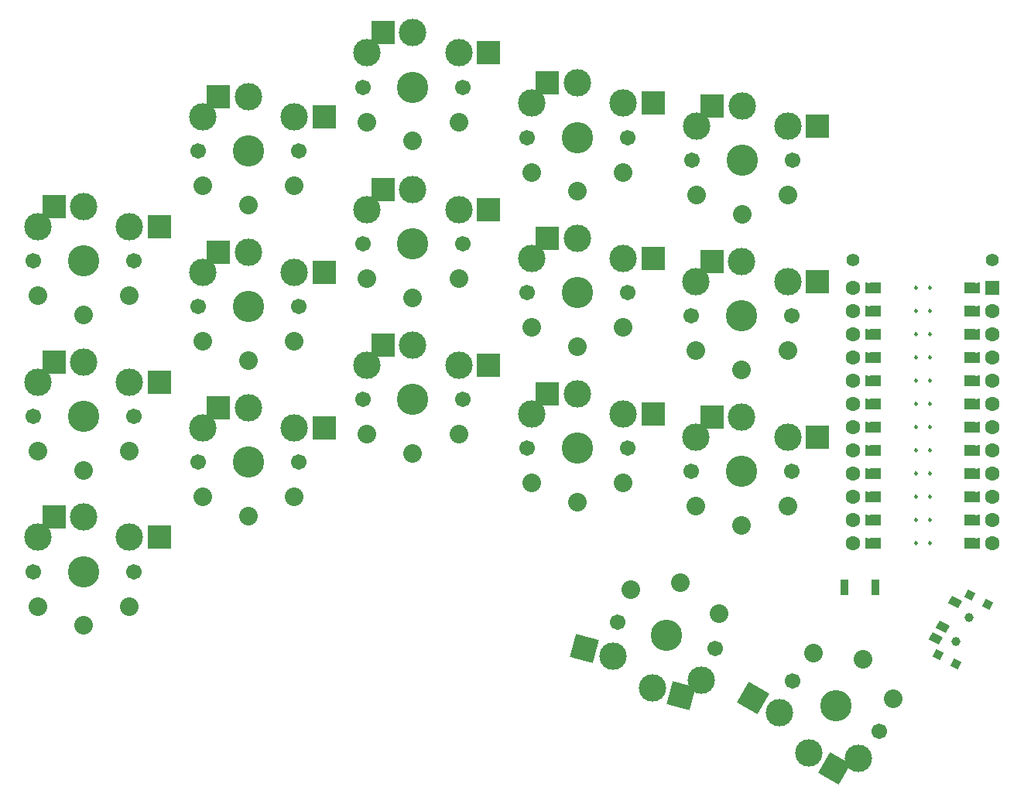
<source format=gbr>
%TF.GenerationSoftware,KiCad,Pcbnew,(6.0.7-1)-1*%
%TF.CreationDate,2022-09-01T14:34:03+02:00*%
%TF.ProjectId,sweep_no_curve,73776565-705f-46e6-9f5f-63757276652e,rev?*%
%TF.SameCoordinates,Original*%
%TF.FileFunction,Soldermask,Bot*%
%TF.FilePolarity,Negative*%
%FSLAX46Y46*%
G04 Gerber Fmt 4.6, Leading zero omitted, Abs format (unit mm)*
G04 Created by KiCad (PCBNEW (6.0.7-1)-1) date 2022-09-01 14:34:03*
%MOMM*%
%LPD*%
G01*
G04 APERTURE LIST*
G04 Aperture macros list*
%AMRotRect*
0 Rectangle, with rotation*
0 The origin of the aperture is its center*
0 $1 length*
0 $2 width*
0 $3 Rotation angle, in degrees counterclockwise*
0 Add horizontal line*
21,1,$1,$2,0,0,$3*%
%AMFreePoly0*
4,1,6,0.600000,0.200000,0.000000,-0.400000,-0.600000,0.200000,-0.600000,0.400000,0.600000,0.400000,0.600000,0.200000,0.600000,0.200000,$1*%
%AMFreePoly1*
4,1,6,0.600000,-0.250000,-0.600000,-0.250000,-0.600000,1.000000,0.000000,0.400000,0.600000,1.000000,0.600000,-0.250000,0.600000,-0.250000,$1*%
G04 Aperture macros list end*
%ADD10C,0.250000*%
%ADD11C,0.100000*%
%ADD12C,3.000000*%
%ADD13C,3.429000*%
%ADD14C,1.701800*%
%ADD15RotRect,2.600000X2.600000X150.000000*%
%ADD16C,2.032000*%
%ADD17R,2.600000X2.600000*%
%ADD18RotRect,2.600000X2.600000X165.000000*%
%ADD19RotRect,0.900000X1.250000X242.000000*%
%ADD20RotRect,0.900000X0.900000X242.000000*%
%ADD21C,1.000000*%
%ADD22C,1.397000*%
%ADD23FreePoly0,270.000000*%
%ADD24C,1.600000*%
%ADD25FreePoly0,90.000000*%
%ADD26R,1.600000X1.600000*%
%ADD27FreePoly1,270.000000*%
%ADD28FreePoly1,90.000000*%
%ADD29R,0.900000X1.700000*%
G04 APERTURE END LIST*
D10*
%TO.C,U1*%
X119759000Y-69342000D02*
G75*
G03*
X119759000Y-69342000I-125000J0D01*
G01*
X118235000Y-69342000D02*
G75*
G03*
X118235000Y-69342000I-125000J0D01*
G01*
X118235000Y-71882000D02*
G75*
G03*
X118235000Y-71882000I-125000J0D01*
G01*
X119759000Y-54102000D02*
G75*
G03*
X119759000Y-54102000I-125000J0D01*
G01*
X118235000Y-61722000D02*
G75*
G03*
X118235000Y-61722000I-125000J0D01*
G01*
X119759000Y-56642000D02*
G75*
G03*
X119759000Y-56642000I-125000J0D01*
G01*
X119759000Y-76962000D02*
G75*
G03*
X119759000Y-76962000I-125000J0D01*
G01*
X118235000Y-56642000D02*
G75*
G03*
X118235000Y-56642000I-125000J0D01*
G01*
X118235000Y-76962000D02*
G75*
G03*
X118235000Y-76962000I-125000J0D01*
G01*
X119759000Y-61722000D02*
G75*
G03*
X119759000Y-61722000I-125000J0D01*
G01*
X119759000Y-64262000D02*
G75*
G03*
X119759000Y-64262000I-125000J0D01*
G01*
X119759000Y-71882000D02*
G75*
G03*
X119759000Y-71882000I-125000J0D01*
G01*
X118235000Y-49022000D02*
G75*
G03*
X118235000Y-49022000I-125000J0D01*
G01*
X119759000Y-66802000D02*
G75*
G03*
X119759000Y-66802000I-125000J0D01*
G01*
X118235000Y-64262000D02*
G75*
G03*
X118235000Y-64262000I-125000J0D01*
G01*
X118235000Y-74422000D02*
G75*
G03*
X118235000Y-74422000I-125000J0D01*
G01*
X118235000Y-51562000D02*
G75*
G03*
X118235000Y-51562000I-125000J0D01*
G01*
X119759000Y-49022000D02*
G75*
G03*
X119759000Y-49022000I-125000J0D01*
G01*
X118235000Y-54102000D02*
G75*
G03*
X118235000Y-54102000I-125000J0D01*
G01*
X118235000Y-59182000D02*
G75*
G03*
X118235000Y-59182000I-125000J0D01*
G01*
X118235000Y-66802000D02*
G75*
G03*
X118235000Y-66802000I-125000J0D01*
G01*
X119759000Y-74422000D02*
G75*
G03*
X119759000Y-74422000I-125000J0D01*
G01*
X119759000Y-59182000D02*
G75*
G03*
X119759000Y-59182000I-125000J0D01*
G01*
X119759000Y-51562000D02*
G75*
G03*
X119759000Y-51562000I-125000J0D01*
G01*
G36*
X124968000Y-64770000D02*
G01*
X123952000Y-64770000D01*
X123952000Y-63754000D01*
X124968000Y-63754000D01*
X124968000Y-64770000D01*
G37*
D11*
X124968000Y-64770000D02*
X123952000Y-64770000D01*
X123952000Y-63754000D01*
X124968000Y-63754000D01*
X124968000Y-64770000D01*
G36*
X113792000Y-77470000D02*
G01*
X112776000Y-77470000D01*
X112776000Y-76454000D01*
X113792000Y-76454000D01*
X113792000Y-77470000D01*
G37*
X113792000Y-77470000D02*
X112776000Y-77470000D01*
X112776000Y-76454000D01*
X113792000Y-76454000D01*
X113792000Y-77470000D01*
G36*
X124968000Y-59690000D02*
G01*
X123952000Y-59690000D01*
X123952000Y-58674000D01*
X124968000Y-58674000D01*
X124968000Y-59690000D01*
G37*
X124968000Y-59690000D02*
X123952000Y-59690000D01*
X123952000Y-58674000D01*
X124968000Y-58674000D01*
X124968000Y-59690000D01*
G36*
X124968000Y-62230000D02*
G01*
X123952000Y-62230000D01*
X123952000Y-61214000D01*
X124968000Y-61214000D01*
X124968000Y-62230000D01*
G37*
X124968000Y-62230000D02*
X123952000Y-62230000D01*
X123952000Y-61214000D01*
X124968000Y-61214000D01*
X124968000Y-62230000D01*
G36*
X124968000Y-69850000D02*
G01*
X123952000Y-69850000D01*
X123952000Y-68834000D01*
X124968000Y-68834000D01*
X124968000Y-69850000D01*
G37*
X124968000Y-69850000D02*
X123952000Y-69850000D01*
X123952000Y-68834000D01*
X124968000Y-68834000D01*
X124968000Y-69850000D01*
G36*
X124968000Y-54610000D02*
G01*
X123952000Y-54610000D01*
X123952000Y-53594000D01*
X124968000Y-53594000D01*
X124968000Y-54610000D01*
G37*
X124968000Y-54610000D02*
X123952000Y-54610000D01*
X123952000Y-53594000D01*
X124968000Y-53594000D01*
X124968000Y-54610000D01*
G36*
X113792000Y-67310000D02*
G01*
X112776000Y-67310000D01*
X112776000Y-66294000D01*
X113792000Y-66294000D01*
X113792000Y-67310000D01*
G37*
X113792000Y-67310000D02*
X112776000Y-67310000D01*
X112776000Y-66294000D01*
X113792000Y-66294000D01*
X113792000Y-67310000D01*
G36*
X124968000Y-52070000D02*
G01*
X123952000Y-52070000D01*
X123952000Y-51054000D01*
X124968000Y-51054000D01*
X124968000Y-52070000D01*
G37*
X124968000Y-52070000D02*
X123952000Y-52070000D01*
X123952000Y-51054000D01*
X124968000Y-51054000D01*
X124968000Y-52070000D01*
G36*
X113792000Y-54610000D02*
G01*
X112776000Y-54610000D01*
X112776000Y-53594000D01*
X113792000Y-53594000D01*
X113792000Y-54610000D01*
G37*
X113792000Y-54610000D02*
X112776000Y-54610000D01*
X112776000Y-53594000D01*
X113792000Y-53594000D01*
X113792000Y-54610000D01*
G36*
X124968000Y-77470000D02*
G01*
X123952000Y-77470000D01*
X123952000Y-76454000D01*
X124968000Y-76454000D01*
X124968000Y-77470000D01*
G37*
X124968000Y-77470000D02*
X123952000Y-77470000D01*
X123952000Y-76454000D01*
X124968000Y-76454000D01*
X124968000Y-77470000D01*
G36*
X113792000Y-69850000D02*
G01*
X112776000Y-69850000D01*
X112776000Y-68834000D01*
X113792000Y-68834000D01*
X113792000Y-69850000D01*
G37*
X113792000Y-69850000D02*
X112776000Y-69850000D01*
X112776000Y-68834000D01*
X113792000Y-68834000D01*
X113792000Y-69850000D01*
G36*
X113792000Y-49530000D02*
G01*
X112776000Y-49530000D01*
X112776000Y-48514000D01*
X113792000Y-48514000D01*
X113792000Y-49530000D01*
G37*
X113792000Y-49530000D02*
X112776000Y-49530000D01*
X112776000Y-48514000D01*
X113792000Y-48514000D01*
X113792000Y-49530000D01*
G36*
X113792000Y-62230000D02*
G01*
X112776000Y-62230000D01*
X112776000Y-61214000D01*
X113792000Y-61214000D01*
X113792000Y-62230000D01*
G37*
X113792000Y-62230000D02*
X112776000Y-62230000D01*
X112776000Y-61214000D01*
X113792000Y-61214000D01*
X113792000Y-62230000D01*
G36*
X113792000Y-74930000D02*
G01*
X112776000Y-74930000D01*
X112776000Y-73914000D01*
X113792000Y-73914000D01*
X113792000Y-74930000D01*
G37*
X113792000Y-74930000D02*
X112776000Y-74930000D01*
X112776000Y-73914000D01*
X113792000Y-73914000D01*
X113792000Y-74930000D01*
G36*
X124968000Y-57150000D02*
G01*
X123952000Y-57150000D01*
X123952000Y-56134000D01*
X124968000Y-56134000D01*
X124968000Y-57150000D01*
G37*
X124968000Y-57150000D02*
X123952000Y-57150000D01*
X123952000Y-56134000D01*
X124968000Y-56134000D01*
X124968000Y-57150000D01*
G36*
X124968000Y-72390000D02*
G01*
X123952000Y-72390000D01*
X123952000Y-71374000D01*
X124968000Y-71374000D01*
X124968000Y-72390000D01*
G37*
X124968000Y-72390000D02*
X123952000Y-72390000D01*
X123952000Y-71374000D01*
X124968000Y-71374000D01*
X124968000Y-72390000D01*
G36*
X124968000Y-74930000D02*
G01*
X123952000Y-74930000D01*
X123952000Y-73914000D01*
X124968000Y-73914000D01*
X124968000Y-74930000D01*
G37*
X124968000Y-74930000D02*
X123952000Y-74930000D01*
X123952000Y-73914000D01*
X124968000Y-73914000D01*
X124968000Y-74930000D01*
G36*
X124968000Y-49530000D02*
G01*
X123952000Y-49530000D01*
X123952000Y-48514000D01*
X124968000Y-48514000D01*
X124968000Y-49530000D01*
G37*
X124968000Y-49530000D02*
X123952000Y-49530000D01*
X123952000Y-48514000D01*
X124968000Y-48514000D01*
X124968000Y-49530000D01*
G36*
X113792000Y-72390000D02*
G01*
X112776000Y-72390000D01*
X112776000Y-71374000D01*
X113792000Y-71374000D01*
X113792000Y-72390000D01*
G37*
X113792000Y-72390000D02*
X112776000Y-72390000D01*
X112776000Y-71374000D01*
X113792000Y-71374000D01*
X113792000Y-72390000D01*
G36*
X124968000Y-67310000D02*
G01*
X123952000Y-67310000D01*
X123952000Y-66294000D01*
X124968000Y-66294000D01*
X124968000Y-67310000D01*
G37*
X124968000Y-67310000D02*
X123952000Y-67310000D01*
X123952000Y-66294000D01*
X124968000Y-66294000D01*
X124968000Y-67310000D01*
G36*
X113792000Y-59690000D02*
G01*
X112776000Y-59690000D01*
X112776000Y-58674000D01*
X113792000Y-58674000D01*
X113792000Y-59690000D01*
G37*
X113792000Y-59690000D02*
X112776000Y-59690000D01*
X112776000Y-58674000D01*
X113792000Y-58674000D01*
X113792000Y-59690000D01*
G36*
X113792000Y-52070000D02*
G01*
X112776000Y-52070000D01*
X112776000Y-51054000D01*
X113792000Y-51054000D01*
X113792000Y-52070000D01*
G37*
X113792000Y-52070000D02*
X112776000Y-52070000D01*
X112776000Y-51054000D01*
X113792000Y-51054000D01*
X113792000Y-52070000D01*
G36*
X113792000Y-64770000D02*
G01*
X112776000Y-64770000D01*
X112776000Y-63754000D01*
X113792000Y-63754000D01*
X113792000Y-64770000D01*
G37*
X113792000Y-64770000D02*
X112776000Y-64770000D01*
X112776000Y-63754000D01*
X113792000Y-63754000D01*
X113792000Y-64770000D01*
G36*
X113792000Y-57150000D02*
G01*
X112776000Y-57150000D01*
X112776000Y-56134000D01*
X113792000Y-56134000D01*
X113792000Y-57150000D01*
G37*
X113792000Y-57150000D02*
X112776000Y-57150000D01*
X112776000Y-56134000D01*
X113792000Y-56134000D01*
X113792000Y-57150000D01*
%TD*%
D12*
%TO.C,SW17*%
X103150873Y-95527595D03*
D13*
X109356000Y-94780000D03*
D14*
X114119140Y-97530000D03*
D12*
X106381000Y-99932851D03*
D14*
X104592860Y-92030000D03*
D12*
X111811127Y-100527595D03*
D15*
X109217233Y-101570351D03*
D16*
X112306000Y-89670450D03*
X106925873Y-88989103D03*
X115586127Y-93989103D03*
D15*
X100314640Y-93890095D03*
%TD*%
D12*
%TO.C,SW5*%
X104080000Y-31330000D03*
D13*
X99080000Y-35080000D03*
D14*
X93580000Y-35080000D03*
D12*
X99080000Y-29130000D03*
D14*
X104580000Y-35080000D03*
D12*
X94080000Y-31330000D03*
D17*
X95805000Y-29130000D03*
D16*
X99080000Y-40980000D03*
X104080000Y-38880000D03*
X94080000Y-38880000D03*
D17*
X107355000Y-31330000D03*
%TD*%
D12*
%TO.C,SW4*%
X86080000Y-28830000D03*
D13*
X81080000Y-32580000D03*
D14*
X75580000Y-32580000D03*
D12*
X81080000Y-26630000D03*
D14*
X86580000Y-32580000D03*
D12*
X76080000Y-28830000D03*
D17*
X77805000Y-26630000D03*
D16*
X81080000Y-38480000D03*
X86080000Y-36380000D03*
X76080000Y-36380000D03*
D17*
X89355000Y-28830000D03*
%TD*%
D12*
%TO.C,SW9*%
X86080000Y-45780000D03*
D13*
X81080000Y-49530000D03*
D14*
X75580000Y-49530000D03*
D12*
X81080000Y-43580000D03*
D14*
X86580000Y-49530000D03*
D12*
X76080000Y-45780000D03*
D17*
X77805000Y-43580000D03*
D16*
X81080000Y-55430000D03*
X86080000Y-53330000D03*
X76080000Y-53330000D03*
D17*
X89355000Y-45780000D03*
%TD*%
D12*
%TO.C,SW3*%
X68080000Y-23330000D03*
D13*
X63080000Y-27080000D03*
D14*
X57580000Y-27080000D03*
D12*
X63080000Y-21130000D03*
D14*
X68580000Y-27080000D03*
D12*
X58080000Y-23330000D03*
D17*
X59805000Y-21130000D03*
D16*
X63080000Y-32980000D03*
X68080000Y-30880000D03*
X58080000Y-30880000D03*
D17*
X71355000Y-23330000D03*
%TD*%
D12*
%TO.C,SW8*%
X68080000Y-40446000D03*
D13*
X63080000Y-44196000D03*
D14*
X57580000Y-44196000D03*
D12*
X63080000Y-38246000D03*
D14*
X68580000Y-44196000D03*
D12*
X58080000Y-40446000D03*
D17*
X59805000Y-38246000D03*
D16*
X63080000Y-50096000D03*
X68080000Y-47996000D03*
X58080000Y-47996000D03*
D17*
X71355000Y-40446000D03*
%TD*%
D12*
%TO.C,SW2*%
X50080000Y-30330000D03*
D13*
X45080000Y-34080000D03*
D14*
X39580000Y-34080000D03*
D12*
X45080000Y-28130000D03*
D14*
X50580000Y-34080000D03*
D12*
X40080000Y-30330000D03*
D17*
X41805000Y-28130000D03*
D16*
X45080000Y-39980000D03*
X50080000Y-37880000D03*
X40080000Y-37880000D03*
D17*
X53355000Y-30330000D03*
%TD*%
D12*
%TO.C,SW7*%
X50080000Y-47304000D03*
D13*
X45080000Y-51054000D03*
D14*
X39580000Y-51054000D03*
D12*
X45080000Y-45104000D03*
D14*
X50580000Y-51054000D03*
D12*
X40080000Y-47304000D03*
D17*
X41805000Y-45104000D03*
D16*
X45080000Y-56954000D03*
X50080000Y-54854000D03*
X40080000Y-54854000D03*
D17*
X53355000Y-47304000D03*
%TD*%
D12*
%TO.C,SW1*%
X32080000Y-42330000D03*
D13*
X27080000Y-46080000D03*
D14*
X21580000Y-46080000D03*
D12*
X27080000Y-40130000D03*
D14*
X32580000Y-46080000D03*
D12*
X22080000Y-42330000D03*
D17*
X23805000Y-40130000D03*
D16*
X27080000Y-51980000D03*
X32080000Y-49880000D03*
X22080000Y-49880000D03*
D17*
X35355000Y-42330000D03*
%TD*%
D12*
%TO.C,SW6*%
X32080000Y-59330000D03*
D13*
X27080000Y-63080000D03*
D14*
X21580000Y-63080000D03*
D12*
X27080000Y-57130000D03*
D14*
X32580000Y-63080000D03*
D12*
X22080000Y-59330000D03*
D17*
X23805000Y-57130000D03*
D16*
X27080000Y-68980000D03*
X32080000Y-66880000D03*
X22080000Y-66880000D03*
D17*
X35355000Y-59330000D03*
%TD*%
D12*
%TO.C,SW10*%
X104060000Y-48320000D03*
D13*
X99060000Y-52070000D03*
D14*
X93560000Y-52070000D03*
D12*
X99060000Y-46120000D03*
D14*
X104560000Y-52070000D03*
D12*
X94060000Y-48320000D03*
D17*
X95785000Y-46120000D03*
D16*
X99060000Y-57970000D03*
X104060000Y-55870000D03*
X94060000Y-55870000D03*
D17*
X107335000Y-48320000D03*
%TD*%
D12*
%TO.C,SW15*%
X104060000Y-65338000D03*
D13*
X99060000Y-69088000D03*
D14*
X93560000Y-69088000D03*
D12*
X99060000Y-63138000D03*
D14*
X104560000Y-69088000D03*
D12*
X94060000Y-65338000D03*
D17*
X95785000Y-63138000D03*
D16*
X99060000Y-74988000D03*
X104060000Y-72888000D03*
X94060000Y-72888000D03*
D17*
X107335000Y-65338000D03*
%TD*%
D12*
%TO.C,SW14*%
X86080000Y-62798000D03*
D13*
X81080000Y-66548000D03*
D14*
X75580000Y-66548000D03*
D12*
X81080000Y-60598000D03*
D14*
X86580000Y-66548000D03*
D12*
X76080000Y-62798000D03*
D17*
X77805000Y-60598000D03*
D16*
X81080000Y-72448000D03*
X86080000Y-70348000D03*
X76080000Y-70348000D03*
D17*
X89355000Y-62798000D03*
%TD*%
D12*
%TO.C,SW13*%
X68080000Y-57464000D03*
D13*
X63080000Y-61214000D03*
D14*
X57580000Y-61214000D03*
D12*
X63080000Y-55264000D03*
D14*
X68580000Y-61214000D03*
D12*
X58080000Y-57464000D03*
D17*
X59805000Y-55264000D03*
D16*
X63080000Y-67114000D03*
X68080000Y-65014000D03*
X58080000Y-65014000D03*
D17*
X71355000Y-57464000D03*
%TD*%
D12*
%TO.C,SW12*%
X50080000Y-64322000D03*
D13*
X45080000Y-68072000D03*
D14*
X39580000Y-68072000D03*
D12*
X45080000Y-62122000D03*
D14*
X50580000Y-68072000D03*
D12*
X40080000Y-64322000D03*
D17*
X41805000Y-62122000D03*
D16*
X45080000Y-73972000D03*
X50080000Y-71872000D03*
X40080000Y-71872000D03*
D17*
X53355000Y-64322000D03*
%TD*%
D12*
%TO.C,SW16*%
X84995799Y-89358127D03*
D13*
X90796000Y-87030000D03*
D14*
X96108592Y-88453505D03*
D12*
X89256027Y-92777259D03*
D14*
X85483408Y-85606495D03*
D12*
X94655058Y-91946317D03*
D18*
X92419434Y-93624891D03*
D16*
X92323032Y-81331038D03*
X86949883Y-82065387D03*
X96609142Y-84653577D03*
D18*
X81832392Y-88510494D03*
%TD*%
D12*
%TO.C,SW11*%
X32080000Y-76330000D03*
D13*
X27080000Y-80080000D03*
D14*
X21580000Y-80080000D03*
D12*
X27080000Y-74130000D03*
D14*
X32580000Y-80080000D03*
D12*
X22080000Y-76330000D03*
D17*
X23805000Y-74130000D03*
D16*
X27080000Y-85980000D03*
X32080000Y-83880000D03*
X22080000Y-83880000D03*
D17*
X35355000Y-76330000D03*
%TD*%
D19*
%TO.C,POWER SW*%
X120311428Y-87412479D03*
X121015636Y-86088058D03*
X122424050Y-83439214D03*
D20*
X123965657Y-82616675D03*
X120491568Y-89150487D03*
X125908142Y-83649513D03*
X122434053Y-90183325D03*
D21*
X122495648Y-87724421D03*
X123904062Y-85075579D03*
%TD*%
D22*
%TO.C,B+*%
X126492000Y-45974000D03*
%TD*%
%TO.C,B-*%
X111252000Y-45974000D03*
%TD*%
D23*
%TO.C,U1*%
X124714000Y-69342000D03*
D24*
X111252000Y-74422000D03*
D23*
X124714000Y-76962000D03*
D25*
X113030000Y-64262000D03*
D24*
X126492000Y-64262000D03*
D25*
X113030000Y-74422000D03*
D24*
X111252000Y-51562000D03*
D25*
X113030000Y-51562000D03*
X113030000Y-49022000D03*
D24*
X126492000Y-49022000D03*
D26*
X126492000Y-49022000D03*
D23*
X124714000Y-51562000D03*
D24*
X111252000Y-54102000D03*
X126492000Y-51562000D03*
D23*
X124714000Y-71882000D03*
D24*
X126492000Y-69342000D03*
D23*
X124714000Y-59182000D03*
D24*
X111252000Y-59182000D03*
X126492000Y-66802000D03*
X126492000Y-56642000D03*
X126492000Y-74422000D03*
D25*
X113030000Y-69342000D03*
D24*
X111252000Y-61722000D03*
D23*
X124714000Y-66802000D03*
D25*
X113030000Y-59182000D03*
D24*
X111252000Y-69342000D03*
X126492000Y-76962000D03*
D25*
X113030000Y-76962000D03*
D23*
X124714000Y-74422000D03*
D24*
X111252000Y-66802000D03*
D23*
X124714000Y-54102000D03*
D25*
X113030000Y-66802000D03*
X113030000Y-54102000D03*
X113030000Y-56642000D03*
D24*
X111252000Y-56642000D03*
X126492000Y-61722000D03*
X126492000Y-54102000D03*
D25*
X113030000Y-61722000D03*
D24*
X126492000Y-71882000D03*
X126492000Y-59182000D03*
D23*
X124714000Y-61722000D03*
D24*
X111252000Y-64262000D03*
D23*
X124714000Y-64262000D03*
D24*
X111252000Y-76962000D03*
D25*
X113030000Y-71882000D03*
D23*
X124714000Y-56642000D03*
D24*
X111252000Y-71882000D03*
X111252000Y-49022000D03*
D23*
X124714000Y-49022000D03*
D27*
X123698000Y-49022000D03*
X123698000Y-51562000D03*
X123698000Y-54102000D03*
X123698000Y-56642000D03*
X123698000Y-59182000D03*
X123698000Y-61722000D03*
X123698000Y-64262000D03*
X123698000Y-66802000D03*
X123698000Y-69342000D03*
X123698000Y-71882000D03*
X123698000Y-74422000D03*
X123698000Y-76962000D03*
D28*
X114046000Y-76962000D03*
X114046000Y-74422000D03*
X114046000Y-71882000D03*
X114046000Y-69342000D03*
X114046000Y-66802000D03*
X114046000Y-64262000D03*
X114046000Y-61722000D03*
X114046000Y-59182000D03*
X114046000Y-56642000D03*
X114046000Y-54102000D03*
X114046000Y-51562000D03*
X114046000Y-49022000D03*
%TD*%
D29*
%TO.C,RSW2*%
X113700000Y-81800000D03*
X110300000Y-81800000D03*
%TD*%
M02*

</source>
